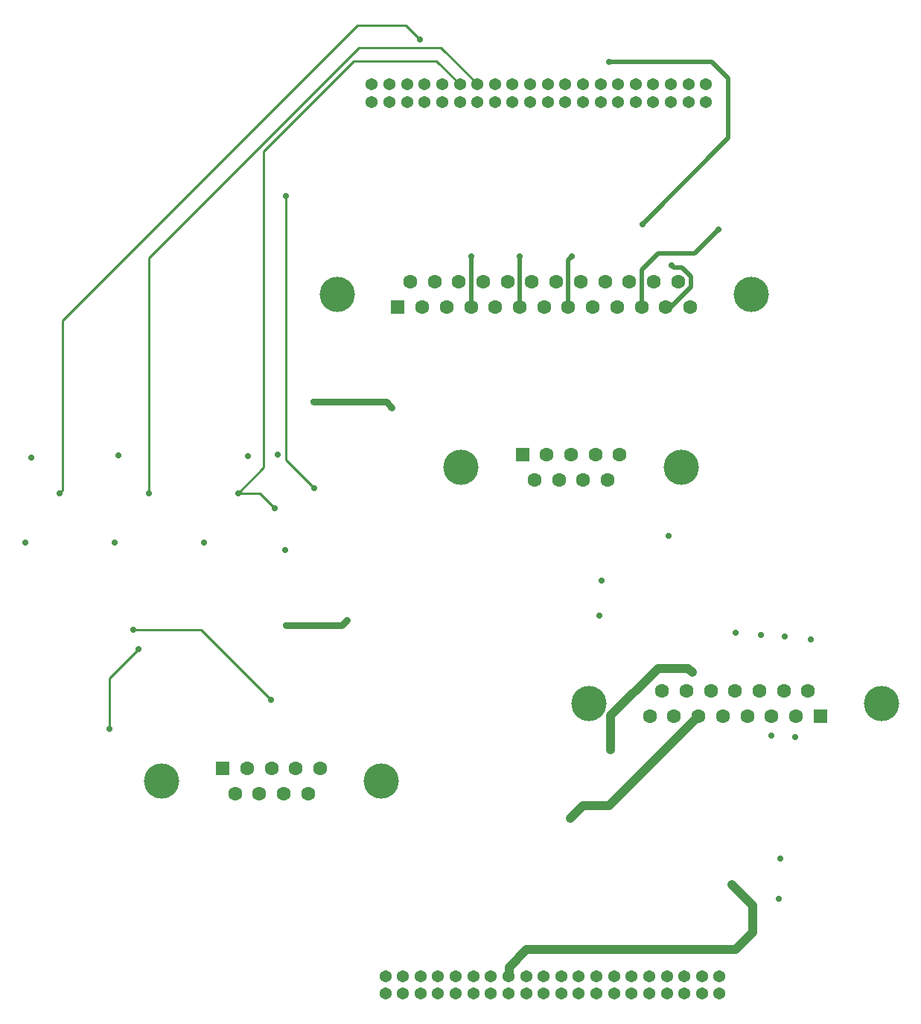
<source format=gbr>
%TF.GenerationSoftware,KiCad,Pcbnew,7.0.7*%
%TF.CreationDate,2024-02-25T12:29:16-08:00*%
%TF.ProjectId,Connector-board,436f6e6e-6563-4746-9f72-2d626f617264,rev?*%
%TF.SameCoordinates,Original*%
%TF.FileFunction,Copper,L4,Bot*%
%TF.FilePolarity,Positive*%
%FSLAX46Y46*%
G04 Gerber Fmt 4.6, Leading zero omitted, Abs format (unit mm)*
G04 Created by KiCad (PCBNEW 7.0.7) date 2024-02-25 12:29:16*
%MOMM*%
%LPD*%
G01*
G04 APERTURE LIST*
%TA.AperFunction,ComponentPad*%
%ADD10C,1.371600*%
%TD*%
%TA.AperFunction,ComponentPad*%
%ADD11C,4.000000*%
%TD*%
%TA.AperFunction,ComponentPad*%
%ADD12R,1.600000X1.600000*%
%TD*%
%TA.AperFunction,ComponentPad*%
%ADD13C,1.600000*%
%TD*%
%TA.AperFunction,ViaPad*%
%ADD14C,0.711200*%
%TD*%
%TA.AperFunction,Conductor*%
%ADD15C,0.254000*%
%TD*%
%TA.AperFunction,Conductor*%
%ADD16C,0.762000*%
%TD*%
%TA.AperFunction,Conductor*%
%ADD17C,1.016000*%
%TD*%
%TA.AperFunction,Conductor*%
%ADD18C,0.508000*%
%TD*%
G04 APERTURE END LIST*
D10*
%TO.P,J1,A1,Pin_1*%
%TO.N,+3.3V*%
X156086831Y-159170000D03*
%TO.P,J1,A2,Pin_2*%
X156086831Y-157170000D03*
%TO.P,J1,A3,Pin_3*%
%TO.N,GND*%
X158086831Y-159170000D03*
%TO.P,J1,A4,Pin_4*%
X158086831Y-157170000D03*
%TO.P,J1,A5,Pin_5*%
%TO.N,+5V*%
X160086831Y-159170000D03*
%TO.P,J1,A6,Pin_6*%
X160086831Y-157170000D03*
%TO.P,J1,A7,Pin_7*%
X162086831Y-159170000D03*
%TO.P,J1,A8,Pin_8*%
X162086831Y-157170000D03*
%TO.P,J1,A9,Pin_9*%
%TO.N,GND*%
X164086831Y-159170000D03*
%TO.P,J1,A10,Pin_10*%
X164086831Y-157170000D03*
%TO.P,J1,A11,Pin_11*%
%TO.N,FLIGHT_LOX_VENT*%
X166086831Y-159170000D03*
%TO.P,J1,A12,Pin_12*%
X166086831Y-157170000D03*
%TO.P,J1,A13,Pin_13*%
%TO.N,GND*%
X168086831Y-159170000D03*
%TO.P,J1,A14,Pin_14*%
X168086831Y-157170000D03*
%TO.P,J1,A15,Pin_15*%
%TO.N,FLIGHT_ETH_VENT*%
X170086831Y-159170000D03*
%TO.P,J1,A16,Pin_16*%
X170086831Y-157170000D03*
%TO.P,J1,A17,Pin_17*%
%TO.N,GND*%
X172086831Y-159170000D03*
%TO.P,J1,A18,Pin_18*%
X172086831Y-157170000D03*
%TO.P,J1,A19,Pin_19*%
%TO.N,FLIGHT_ETH_MAIN*%
X174086831Y-159170000D03*
%TO.P,J1,A20,Pin_20*%
X174086831Y-157170000D03*
%TO.P,J1,A21,Pin_21*%
%TO.N,GND*%
X176086831Y-159170000D03*
%TO.P,J1,A22,Pin_22*%
X176086831Y-157170000D03*
%TO.P,J1,A23,Pin_23*%
%TO.N,unconnected-(J1A-Pin_23-PadA23)*%
X178086831Y-159170000D03*
%TO.P,J1,A24,Pin_24*%
%TO.N,unconnected-(J1A-Pin_24-PadA24)*%
X178086831Y-157170000D03*
%TO.P,J1,A25,Pin_25*%
%TO.N,GND*%
X180086831Y-159170000D03*
%TO.P,J1,A26,Pin_26*%
X180086831Y-157170000D03*
%TO.P,J1,A27,Pin_27*%
%TO.N,unconnected-(J1A-Pin_27-PadA27)*%
X182086831Y-159170000D03*
%TO.P,J1,A28,Pin_28*%
%TO.N,unconnected-(J1A-Pin_28-PadA28)*%
X182086831Y-157170000D03*
%TO.P,J1,A29,Pin_29*%
%TO.N,unconnected-(J1A-Pin_29-PadA29)*%
X184086831Y-159170000D03*
%TO.P,J1,A30,Pin_30*%
%TO.N,unconnected-(J1A-Pin_30-PadA30)*%
X184086831Y-157170000D03*
%TO.P,J1,A31,Pin_31*%
%TO.N,unconnected-(J1A-Pin_31-PadA31)*%
X186086831Y-159170000D03*
%TO.P,J1,A32,Pin_32*%
%TO.N,unconnected-(J1A-Pin_32-PadA32)*%
X186086831Y-157170000D03*
%TO.P,J1,A33,Pin_33*%
%TO.N,unconnected-(J1A-Pin_33-PadA33)*%
X188086731Y-159170000D03*
%TO.P,J1,A34,Pin_34*%
%TO.N,unconnected-(J1A-Pin_34-PadA34)*%
X188086731Y-157170000D03*
%TO.P,J1,A35,Pin_35*%
%TO.N,PWR_SUP*%
X190086731Y-159170000D03*
%TO.P,J1,A36,Pin_36*%
X190086731Y-157170000D03*
%TO.P,J1,A37,Pin_37*%
X192086731Y-159170000D03*
%TO.P,J1,A38,Pin_38*%
X192086731Y-157170000D03*
%TO.P,J1,A39,Pin_39*%
X194086731Y-159170000D03*
%TO.P,J1,A40,Pin_40*%
X194086731Y-157170000D03*
%TO.P,J1,B1,Pin_1*%
%TO.N,unconnected-(J1B-Pin_1-PadB1)*%
X154550000Y-57900000D03*
%TO.P,J1,B2,Pin_2*%
%TO.N,SPI_SCK*%
X154550000Y-55900000D03*
%TO.P,J1,B3,Pin_3*%
%TO.N,unconnected-(J1B-Pin_3-PadB3)*%
X156550000Y-57900000D03*
%TO.P,J1,B4,Pin_4*%
%TO.N,SPI_MISO*%
X156550000Y-55900000D03*
%TO.P,J1,B5,Pin_5*%
%TO.N,GND*%
X158550000Y-57900000D03*
%TO.P,J1,B6,Pin_6*%
%TO.N,SPI_MOSI*%
X158550000Y-55900000D03*
%TO.P,J1,B7,Pin_7*%
%TO.N,unconnected-(J1B-Pin_7-PadB7)*%
X160550000Y-57900000D03*
%TO.P,J1,B8,Pin_8*%
%TO.N,GND*%
X160550000Y-55900000D03*
%TO.P,J1,B9,Pin_9*%
X162549900Y-57900000D03*
%TO.P,J1,B10,Pin_10*%
%TO.N,TC1_CS*%
X162549900Y-55900000D03*
%TO.P,J1,B11,Pin_11*%
%TO.N,PT1_E+*%
X164549900Y-57900000D03*
%TO.P,J1,B12,Pin_12*%
%TO.N,TC2_CS*%
X164549900Y-55900000D03*
%TO.P,J1,B13,Pin_13*%
%TO.N,PT1_E-*%
X166549900Y-57900000D03*
%TO.P,J1,B14,Pin_14*%
%TO.N,TC3_CS*%
X166549900Y-55900000D03*
%TO.P,J1,B15,Pin_15*%
%TO.N,PT1_A+*%
X168549900Y-57900000D03*
%TO.P,J1,B16,Pin_16*%
%TO.N,TC4_CS*%
X168549900Y-55900000D03*
%TO.P,J1,B17,Pin_17*%
%TO.N,GND*%
X170549900Y-57900000D03*
%TO.P,J1,B18,Pin_18*%
X170549900Y-55900000D03*
%TO.P,J1,B19,Pin_19*%
%TO.N,PT2_E+*%
X172549900Y-57900000D03*
%TO.P,J1,B20,Pin_20*%
%TO.N,unconnected-(J1B-Pin_20-PadB20)*%
X172549900Y-55900000D03*
%TO.P,J1,B21,Pin_21*%
%TO.N,PT2_E-*%
X174549900Y-57900000D03*
%TO.P,J1,B22,Pin_22*%
%TO.N,unconnected-(J1B-Pin_22-PadB22)*%
X174549900Y-55900000D03*
%TO.P,J1,B23,Pin_23*%
%TO.N,PT2_A+*%
X176549900Y-57900000D03*
%TO.P,J1,B24,Pin_24*%
%TO.N,unconnected-(J1B-Pin_24-PadB24)*%
X176549900Y-55900000D03*
%TO.P,J1,B25,Pin_25*%
%TO.N,GND*%
X178549900Y-57900000D03*
%TO.P,J1,B26,Pin_26*%
X178549900Y-55900000D03*
%TO.P,J1,B27,Pin_27*%
%TO.N,PT3_E+*%
X180549900Y-57900000D03*
%TO.P,J1,B28,Pin_28*%
%TO.N,PT5_E+*%
X180549900Y-55900000D03*
%TO.P,J1,B29,Pin_29*%
%TO.N,PT3_E-*%
X182549900Y-57900000D03*
%TO.P,J1,B30,Pin_30*%
%TO.N,PT5_E-*%
X182549900Y-55900000D03*
%TO.P,J1,B31,Pin_31*%
%TO.N,PT3_A+*%
X184549900Y-57900000D03*
%TO.P,J1,B32,Pin_32*%
%TO.N,PT5_A+*%
X184549900Y-55900000D03*
%TO.P,J1,B33,Pin_33*%
%TO.N,GND*%
X186549900Y-57900000D03*
%TO.P,J1,B34,Pin_34*%
X186549900Y-55900000D03*
%TO.P,J1,B35,Pin_35*%
%TO.N,PT4_E+*%
X188549900Y-57900000D03*
%TO.P,J1,B36,Pin_36*%
%TO.N,PT6_E+*%
X188549900Y-55900000D03*
%TO.P,J1,B37,Pin_37*%
%TO.N,PT4_E-*%
X190549900Y-57900000D03*
%TO.P,J1,B38,Pin_38*%
%TO.N,PT6_E-*%
X190549900Y-55900000D03*
%TO.P,J1,B39,Pin_39*%
%TO.N,PT4_A+*%
X192549900Y-57900000D03*
%TO.P,J1,B40,Pin_40*%
%TO.N,PT6_A+*%
X192549900Y-55900000D03*
%TD*%
D11*
%TO.P,4TC_DSUB1,0*%
%TO.N,N/C*%
X155640000Y-135020000D03*
X130640000Y-135020000D03*
D12*
%TO.P,4TC_DSUB1,1,1*%
%TO.N,TC1_T-*%
X137600000Y-133600000D03*
D13*
%TO.P,4TC_DSUB1,2,2*%
%TO.N,TC2_T-*%
X140370000Y-133600000D03*
%TO.P,4TC_DSUB1,3,3*%
%TO.N,TC3_T-*%
X143140000Y-133600000D03*
%TO.P,4TC_DSUB1,4,4*%
%TO.N,TC4_T-*%
X145910000Y-133600000D03*
%TO.P,4TC_DSUB1,5,5*%
%TO.N,unconnected-(4TC_DSUB1-Pad5)*%
X148680000Y-133600000D03*
%TO.P,4TC_DSUB1,6,6*%
%TO.N,TC1_T+*%
X138985000Y-136440000D03*
%TO.P,4TC_DSUB1,7,7*%
%TO.N,TC2_T+*%
X141755000Y-136440000D03*
%TO.P,4TC_DSUB1,8,8*%
%TO.N,TC3_T+*%
X144525000Y-136440000D03*
%TO.P,4TC_DSUB1,9,9*%
%TO.N,TC4_T+*%
X147295000Y-136440000D03*
%TD*%
D11*
%TO.P,GND_DSUB1,0*%
%TO.N,N/C*%
X179200000Y-126200000D03*
X212500000Y-126200000D03*
D12*
%TO.P,GND_DSUB1,1,1*%
%TO.N,PWR_SUP*%
X205545000Y-127620000D03*
D13*
%TO.P,GND_DSUB1,2,2*%
X202775000Y-127620000D03*
%TO.P,GND_DSUB1,3,3*%
X200005000Y-127620000D03*
%TO.P,GND_DSUB1,4,4*%
%TO.N,unconnected-(GND_DSUB1-Pad4)*%
X197235000Y-127620000D03*
%TO.P,GND_DSUB1,5,5*%
%TO.N,GROUND_ETH_VENT*%
X194465000Y-127620000D03*
%TO.P,GND_DSUB1,6,6*%
%TO.N,GROUND_LOX_VENT*%
X191695000Y-127620000D03*
%TO.P,GND_DSUB1,7,7*%
%TO.N,unconnected-(GND_DSUB1-Pad7)*%
X188925000Y-127620000D03*
%TO.P,GND_DSUB1,8,8*%
%TO.N,unconnected-(GND_DSUB1-Pad8)*%
X186155000Y-127620000D03*
%TO.P,GND_DSUB1,9,P9*%
%TO.N,GND*%
X204160000Y-124780000D03*
%TO.P,GND_DSUB1,10,P10*%
X201390000Y-124780000D03*
%TO.P,GND_DSUB1,11,P111*%
X198620000Y-124780000D03*
%TO.P,GND_DSUB1,12,P12*%
X195850000Y-124780000D03*
%TO.P,GND_DSUB1,13,P13*%
%TO.N,REDS_ETH_VENT*%
X193080000Y-124780000D03*
%TO.P,GND_DSUB1,14,P14*%
%TO.N,REDS_LOX_VENT*%
X190310000Y-124780000D03*
%TO.P,GND_DSUB1,15,P15*%
%TO.N,unconnected-(GND_DSUB1-P15-Pad15)*%
X187540000Y-124780000D03*
%TD*%
D11*
%TO.P,SOLENOIDS_DSUB1,0*%
%TO.N,N/C*%
X189700000Y-99400000D03*
X164700000Y-99400000D03*
D12*
%TO.P,SOLENOIDS_DSUB1,1,1*%
%TO.N,LOX_VENT*%
X171660000Y-97980000D03*
D13*
%TO.P,SOLENOIDS_DSUB1,2,2*%
%TO.N,ETH_VENT*%
X174430000Y-97980000D03*
%TO.P,SOLENOIDS_DSUB1,3,3*%
%TO.N,unconnected-(SOLENOIDS_DSUB1-Pad3)*%
X177200000Y-97980000D03*
%TO.P,SOLENOIDS_DSUB1,4,4*%
%TO.N,unconnected-(SOLENOIDS_DSUB1-Pad4)*%
X179970000Y-97980000D03*
%TO.P,SOLENOIDS_DSUB1,5,5*%
%TO.N,unconnected-(SOLENOIDS_DSUB1-Pad5)*%
X182740000Y-97980000D03*
%TO.P,SOLENOIDS_DSUB1,6,6*%
%TO.N,GND*%
X173045000Y-100820000D03*
%TO.P,SOLENOIDS_DSUB1,7,7*%
X175815000Y-100820000D03*
%TO.P,SOLENOIDS_DSUB1,8,8*%
%TO.N,unconnected-(SOLENOIDS_DSUB1-Pad8)*%
X178585000Y-100820000D03*
%TO.P,SOLENOIDS_DSUB1,9,9*%
%TO.N,unconnected-(SOLENOIDS_DSUB1-Pad9)*%
X181355000Y-100820000D03*
%TD*%
D11*
%TO.P,PT_DSUB1,0*%
%TO.N,N/C*%
X150585000Y-79720000D03*
X197685000Y-79720000D03*
D12*
%TO.P,PT_DSUB1,1,1*%
%TO.N,PT1_E+*%
X157515000Y-81140000D03*
D13*
%TO.P,PT_DSUB1,2,2*%
%TO.N,PT1_E-*%
X160285000Y-81140000D03*
%TO.P,PT_DSUB1,3,3*%
%TO.N,PT2_E+*%
X163055000Y-81140000D03*
%TO.P,PT_DSUB1,4,4*%
%TO.N,PT2_E-*%
X165825000Y-81140000D03*
%TO.P,PT_DSUB1,5,5*%
%TO.N,PT3_E+*%
X168595000Y-81140000D03*
%TO.P,PT_DSUB1,6,6*%
%TO.N,PT3_E-*%
X171365000Y-81140000D03*
%TO.P,PT_DSUB1,7,7*%
%TO.N,PT4_E+*%
X174135000Y-81140000D03*
%TO.P,PT_DSUB1,8,8*%
%TO.N,PT4_E-*%
X176905000Y-81140000D03*
%TO.P,PT_DSUB1,9,9*%
%TO.N,PT5_E+*%
X179675000Y-81140000D03*
%TO.P,PT_DSUB1,10,10*%
%TO.N,PT5_E-*%
X182445000Y-81140000D03*
%TO.P,PT_DSUB1,11,11*%
%TO.N,PT6_E+*%
X185215000Y-81140000D03*
%TO.P,PT_DSUB1,12,12*%
%TO.N,PT6_E-*%
X187985000Y-81140000D03*
%TO.P,PT_DSUB1,13,13*%
%TO.N,unconnected-(PT_DSUB1-Pad13)*%
X190755000Y-81140000D03*
%TO.P,PT_DSUB1,14,P14*%
%TO.N,PT1_A+*%
X158900000Y-78300000D03*
%TO.P,PT_DSUB1,15,P15*%
%TO.N,unconnected-(PT_DSUB1-P15-Pad15)*%
X161670000Y-78300000D03*
%TO.P,PT_DSUB1,16,P16*%
%TO.N,PT2_A+*%
X164440000Y-78300000D03*
%TO.P,PT_DSUB1,17,P17*%
%TO.N,unconnected-(PT_DSUB1-P17-Pad17)*%
X167210000Y-78300000D03*
%TO.P,PT_DSUB1,18,P18*%
%TO.N,PT3_A+*%
X169980000Y-78300000D03*
%TO.P,PT_DSUB1,19,P19*%
%TO.N,unconnected-(PT_DSUB1-P19-Pad19)*%
X172750000Y-78300000D03*
%TO.P,PT_DSUB1,20,P20*%
%TO.N,PT4_A+*%
X175520000Y-78300000D03*
%TO.P,PT_DSUB1,21,P21*%
%TO.N,unconnected-(PT_DSUB1-P21-Pad21)*%
X178290000Y-78300000D03*
%TO.P,PT_DSUB1,22,P22*%
%TO.N,PT5_A+*%
X181060000Y-78300000D03*
%TO.P,PT_DSUB1,23,P23*%
%TO.N,unconnected-(PT_DSUB1-P23-Pad23)*%
X183830000Y-78300000D03*
%TO.P,PT_DSUB1,24,P24*%
%TO.N,PT6_A+*%
X186600000Y-78300000D03*
%TO.P,PT_DSUB1,25,P25*%
%TO.N,unconnected-(PT_DSUB1-P25-Pad25)*%
X189370000Y-78300000D03*
%TD*%
D14*
%TO.N,TC2_CS*%
X143470000Y-104005000D03*
%TO.N,+3.3V*%
X156805000Y-92575000D03*
X147915000Y-91940000D03*
X151725000Y-116705000D03*
X144740000Y-117340000D03*
%TO.N,GND*%
X201000000Y-143800000D03*
X180700000Y-112250000D03*
X125709600Y-97990400D03*
X204500000Y-118900000D03*
X195900000Y-118200000D03*
X115114800Y-107921800D03*
X198800000Y-118400000D03*
X135434800Y-107921800D03*
X115800000Y-98300000D03*
X143865200Y-97907200D03*
X144720000Y-108796600D03*
X180400000Y-116250000D03*
X201500000Y-118600000D03*
X125274800Y-107921800D03*
X200800000Y-148400000D03*
X140500000Y-98100000D03*
X188300000Y-107200000D03*
%TO.N,TC3_T+*%
X124700000Y-129100000D03*
X128000000Y-120000000D03*
%TO.N,TC3_T-*%
X127400000Y-117800000D03*
X143100000Y-125800000D03*
%TO.N,PWR_SUP*%
X202700000Y-130000000D03*
X200000000Y-129900000D03*
%TO.N,GROUND_LOX_VENT*%
X177100000Y-139300000D03*
%TO.N,PT3_E-*%
X171400000Y-75400000D03*
%TO.N,PT5_E+*%
X181500000Y-53300000D03*
X185300000Y-71800000D03*
%TO.N,PT2_E-*%
X165829498Y-75440502D03*
%TO.N,PT4_E-*%
X177329498Y-75429498D03*
%TO.N,PT6_E+*%
X194000000Y-72400000D03*
%TO.N,PT6_E-*%
X188600000Y-76400000D03*
%TO.N,TC1_CS*%
X119015365Y-102307900D03*
X160020000Y-50800000D03*
%TO.N,TC4_CS*%
X144780000Y-68580000D03*
X147982400Y-101775000D03*
%TO.N,TC2_CS*%
X139335095Y-102307448D03*
%TO.N,TC3_CS*%
X129175293Y-102307900D03*
%TO.N,REDS_ETH_VENT*%
X191000000Y-122700000D03*
X181700000Y-131500000D03*
%TO.N,FLIGHT_ETH_VENT*%
X195500000Y-146800000D03*
%TD*%
D15*
%TO.N,TC2_CS*%
X141772448Y-102307448D02*
X143470000Y-104005000D01*
X139335095Y-102307448D02*
X141772448Y-102307448D01*
D16*
%TO.N,+3.3V*%
X156170000Y-91940000D02*
X156805000Y-92575000D01*
X147915000Y-91940000D02*
X156170000Y-91940000D01*
X144740000Y-117340000D02*
X151090000Y-117340000D01*
X151090000Y-117340000D02*
X151725000Y-116705000D01*
D15*
%TO.N,TC3_T+*%
X124700000Y-129100000D02*
X124700000Y-123300000D01*
X124700000Y-123300000D02*
X128000000Y-120000000D01*
%TO.N,TC3_T-*%
X143100000Y-125800000D02*
X135100000Y-117800000D01*
X135100000Y-117800000D02*
X127400000Y-117800000D01*
D17*
%TO.N,GROUND_LOX_VENT*%
X181515000Y-137800000D02*
X191695000Y-127620000D01*
X178600000Y-137800000D02*
X181515000Y-137800000D01*
X177100000Y-139300000D02*
X178600000Y-137800000D01*
D15*
%TO.N,PT3_E-*%
X171400000Y-75400000D02*
X171365000Y-75435000D01*
D18*
X171365000Y-75435000D02*
X171365000Y-81140000D01*
%TO.N,PT5_E+*%
X193200000Y-53300000D02*
X181500000Y-53300000D01*
X185300000Y-71800000D02*
X195100000Y-62000000D01*
X195100000Y-62000000D02*
X195100000Y-55200000D01*
X195100000Y-55200000D02*
X193200000Y-53300000D01*
%TO.N,PT2_E-*%
X165829498Y-75440502D02*
X165825000Y-75445000D01*
X165825000Y-75445000D02*
X165825000Y-81140000D01*
%TO.N,PT4_E-*%
X177329498Y-75429498D02*
X176905000Y-75853996D01*
X176905000Y-75853996D02*
X176905000Y-81140000D01*
%TO.N,PT6_E+*%
X187100000Y-75100000D02*
X185215000Y-76985000D01*
X191300000Y-75100000D02*
X187100000Y-75100000D01*
X185215000Y-76985000D02*
X185215000Y-81140000D01*
X194000000Y-72400000D02*
X191300000Y-75100000D01*
%TO.N,PT6_E-*%
X190805000Y-78894397D02*
X188559397Y-81140000D01*
X189799397Y-76700000D02*
X190805000Y-77705603D01*
X188600000Y-76400000D02*
X188900000Y-76700000D01*
X190805000Y-77705603D02*
X190805000Y-78894397D01*
X188900000Y-76700000D02*
X189799397Y-76700000D01*
X188559397Y-81140000D02*
X187985000Y-81140000D01*
D15*
%TO.N,TC1_CS*%
X158393502Y-49173502D02*
X160020000Y-50800000D01*
X152897288Y-49173502D02*
X158393502Y-49173502D01*
X119380000Y-82690790D02*
X152897288Y-49173502D01*
X119380000Y-101943265D02*
X119380000Y-82690790D01*
X119015365Y-102307900D02*
X119380000Y-101943265D01*
%TO.N,TC4_CS*%
X144780000Y-98572600D02*
X144780000Y-68580000D01*
X148033200Y-101825800D02*
X147982400Y-101775000D01*
X147982400Y-101775000D02*
X144780000Y-98572600D01*
%TO.N,TC2_CS*%
X142240000Y-99402543D02*
X142240000Y-63460000D01*
X139335095Y-102307448D02*
X142240000Y-99402543D01*
X152493298Y-53206702D02*
X161906702Y-53206702D01*
X142240000Y-63460000D02*
X152493298Y-53206702D01*
X161906702Y-53206702D02*
X164600000Y-55900000D01*
%TO.N,TC3_CS*%
X129175293Y-75624707D02*
X153086498Y-51713502D01*
X162413502Y-51713502D02*
X166600000Y-55900000D01*
X129175293Y-102307900D02*
X129175293Y-75624707D01*
X153086498Y-51713502D02*
X162413502Y-51713502D01*
D17*
%TO.N,REDS_ETH_VENT*%
X191000000Y-122700000D02*
X190500000Y-122200000D01*
X181700000Y-127606058D02*
X181700000Y-131500000D01*
X190500000Y-122200000D02*
X187106058Y-122200000D01*
X187106058Y-122200000D02*
X181700000Y-127606058D01*
%TO.N,FLIGHT_ETH_VENT*%
X170136931Y-156200133D02*
X170136931Y-157170000D01*
X197900000Y-149200000D02*
X197900000Y-152200000D01*
X172137064Y-154200000D02*
X170136931Y-156200133D01*
X195500000Y-146800000D02*
X197900000Y-149200000D01*
X197900000Y-152200000D02*
X195900000Y-154200000D01*
X195900000Y-154200000D02*
X172137064Y-154200000D01*
%TD*%
M02*

</source>
